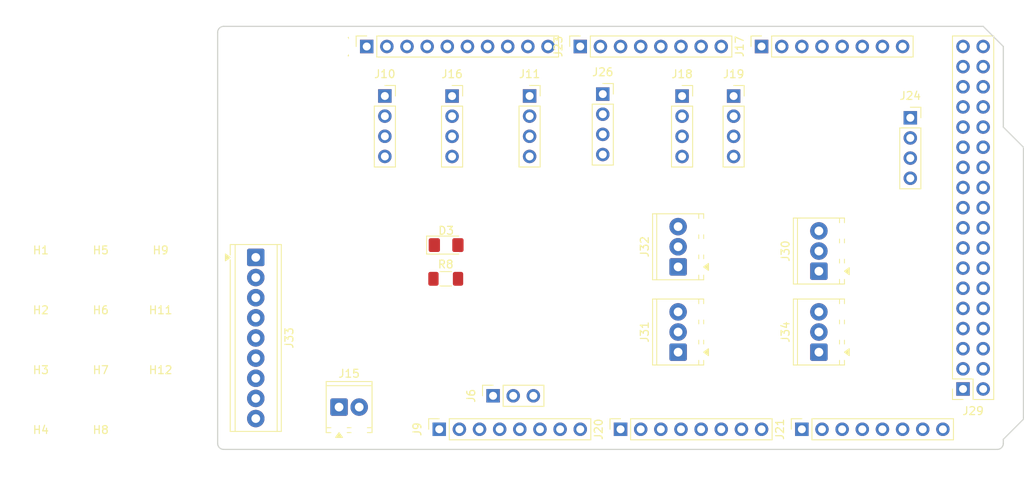
<source format=kicad_pcb>
(kicad_pcb (version 20241229) (generator "pcbnew") (generator_version "9.0")
  (title_block (title "Dark Passenger Power Distro Traces") (date "2025-03-18") (rev "V2") (company "Ranil Ganlath"))
  (layers (0 "F.Cu" signal) (2 "B.Cu" power) (13 "F.Paste" user) (15 "B.Paste" user) (5 "F.SilkS" user "F.Silkscreen") (7 "B.SilkS" user "B.Silkscreen") (1 "F.Mask" user) (3 "B.Mask" user) (25 "Edge.Cuts" user))
  (net 0 "")
  (net 1 "GND")
  (net 2 "+5V")
  (net 3 "Net-(D3-A)")
  (net 4 "*8")
  (net 5 "*9")
  (net 6 "*6")
  (net 7 "*7")
  (net 8 "*5")
  (net 9 "*4")
  (net 10 "*3")
  (net 11 "*2")
  (net 12 "VCC")
  (net 13 "+3V3")
  (net 14 "/IOREF")
  (net 15 "/~{RESET}")
  (net 17 "53")
  (net 18 "*52")
  (net 19 "47")
  (net 20 "*46")
  (net 21 "50")
  (net 22 "51")
  (net 23 "/RX1{slash}19")
  (net 24 "/TX2{slash}16")
  (net 25 "SDA")
  (net 26 "SCL")
  (net 27 "/RX2{slash}17")
  (net 28 "/TX1{slash}18")
  (net 29 "/A5")
  (net 30 "/A2")
  (net 31 "/A6")
  (net 32 "/A4")
  (net 33 "/A1")
  (net 34 "/A3")
  (net 35 "/A7")
  (net 36 "/A13")
  (net 37 "/A14")
  (net 38 "/A15")
  (net 39 "/A10")
  (net 40 "/A11")
  (net 41 "/A12")
  (net 42 "/A9")
  (net 43 "/A8")
  (net 44 "/AREF")
  (net 45 "*11")
  (net 46 "*13")
  (net 47 "*12")
  (net 48 "*10")
  (net 49 "/TX0{slash}1")
  (net 50 "/RX0{slash}0")
  (net 51 "49")
  (net 52 "48")
  (net 53 "/24")
  (net 54 "/36")
  (net 56 "/28")
  (net 57 "/32")
  (net 58 "/42")
  (net 59 "/25")
  (net 60 "/27")
  (net 61 "/31")
  (net 62 "/22")
  (net 63 "/38")
  (net 64 "/26")
  (net 65 "/35")
  (net 66 "/37")
  (net 67 "/41")
  (net 68 "/29")
  (net 69 "*45")
  (net 70 "/30")
  (net 71 "*44")
  (net 72 "/33")
  (net 73 "/39")
  (net 74 "/40")
  (net 75 "/34")
  (net 76 "/43")
  (net 77 "23")
  (net 78 "VDC")
  (net 79 "A0")
  (net 80 "*14")
  (net 81 "*15")
  (net 82 "*16")
  (footprint "Connector_PinSocket_2.54mm:PinSocket_1x04_P2.54mm_Vertical" (layer "F.Cu") (at 89.25 40.71)
    (property "Reference" "J16" (at 0 -2.77 0) (layer "F.SilkS"))
    (property "Value" "M2ENC")
    (fp_line (start -1.33 1.27) (end -1.33 8.95) (stroke (width 0.12)) (layer "F.SilkS"))
    (fp_line (start -1.33 1.27) (end 1.33 1.27) (stroke (width 0.12)) (layer "F.SilkS"))
    (fp_line (start -1.33 8.95) (end 1.33 8.95) (stroke (width 0.12)) (layer "F.SilkS"))
    (fp_line (start 0 -1.33) (end 1.33 -1.33) (stroke (width 0.12)) (layer "F.SilkS"))
    (fp_line (start 1.33 -1.33) (end 1.33 0) (stroke (width 0.12)) (layer "F.SilkS"))
    (fp_line (start 1.33 1.27) (end 1.33 8.95) (stroke (width 0.12)) (layer "F.SilkS"))
    (pad "1" thru_hole rect (at 0 0) (size 1.7 1.7) (drill 1) (layers "*.Cu" "*.Mask") (net 78 "VDC"))
    (pad "2" thru_hole oval (at 0 2.54) (size 1.7 1.7) (drill 1) (layers "*.Cu" "*.Mask") (net 22 "51"))
    (pad "3" thru_hole oval (at 0 5.08) (size 1.7 1.7) (drill 1) (layers "*.Cu" "*.Mask") (net 21 "50"))
    (pad "4" thru_hole oval (at 0 7.62) (size 1.7 1.7) (drill 1) (layers "*.Cu" "*.Mask") (net 1 "GND"))
  )
  (footprint "Connector_PinSocket_2.54mm:PinSocket_1x04_P2.54mm_Vertical" (layer "F.Cu") (at 99.025 40.7)
    (property "Reference" "J11" (at 0 -2.77 0) (layer "F.SilkS"))
    (property "Value" "M3ENC")
    (fp_line (start -1.33 1.27) (end -1.33 8.95) (stroke (width 0.12)) (layer "F.SilkS"))
    (fp_line (start -1.33 1.27) (end 1.33 1.27) (stroke (width 0.12)) (layer "F.SilkS"))
    (fp_line (start -1.33 8.95) (end 1.33 8.95) (stroke (width 0.12)) (layer "F.SilkS"))
    (fp_line (start 0 -1.33) (end 1.33 -1.33) (stroke (width 0.12)) (layer "F.SilkS"))
    (fp_line (start 1.33 -1.33) (end 1.33 0) (stroke (width 0.12)) (layer "F.SilkS"))
    (fp_line (start 1.33 1.27) (end 1.33 8.95) (stroke (width 0.12)) (layer "F.SilkS"))
    (pad "1" thru_hole rect (at 0 0) (size 1.7 1.7) (drill 1) (layers "*.Cu" "*.Mask") (net 78 "VDC"))
    (pad "2" thru_hole oval (at 0 2.54) (size 1.7 1.7) (drill 1) (layers "*.Cu" "*.Mask") (net 20 "*46"))
    (pad "3" thru_hole oval (at 0 5.08) (size 1.7 1.7) (drill 1) (layers "*.Cu" "*.Mask") (net 19 "47"))
    (pad "4" thru_hole oval (at 0 7.62) (size 1.7 1.7) (drill 1) (layers "*.Cu" "*.Mask") (net 1 "GND"))
  )
  (footprint "MountingHole:MountingHole_3mm" (layer "F.Cu") (at 37.4 79.25)
    (property "Reference" "H3" (at 0 -4 0) (layer "F.SilkS"))
    (property "Value" "MountingHole")
    (pad "" np_thru_hole circle (at 0 0) (size 3 3) (drill 3) (layers "*.Cu" "*.Mask"))
  )
  (footprint "Connector_PinSocket_2.54mm:PinSocket_1x04_P2.54mm_Vertical" (layer "F.Cu") (at 147.025 43.45)
    (property "Reference" "J24" (at 0 -2.77 0) (layer "F.SilkS"))
    (property "Value" "Toggle Switches")
    (fp_line (start -1.33 1.27) (end -1.33 8.95) (stroke (width 0.12)) (layer "F.SilkS"))
    (fp_line (start -1.33 1.27) (end 1.33 1.27) (stroke (width 0.12)) (layer "F.SilkS"))
    (fp_line (start -1.33 8.95) (end 1.33 8.95) (stroke (width 0.12)) (layer "F.SilkS"))
    (fp_line (start 0 -1.33) (end 1.33 -1.33) (stroke (width 0.12)) (layer "F.SilkS"))
    (fp_line (start 1.33 -1.33) (end 1.33 0) (stroke (width 0.12)) (layer "F.SilkS"))
    (fp_line (start 1.33 1.27) (end 1.33 8.95) (stroke (width 0.12)) (layer "F.SilkS"))
    (pad "1" thru_hole rect (at 0 0) (size 1.7 1.7) (drill 1) (layers "*.Cu" "*.Mask") (net 47 "*12"))
    (pad "2" thru_hole oval (at 0 2.54) (size 1.7 1.7) (drill 1) (layers "*.Cu" "*.Mask") (net 80 "*14"))
    (pad "3" thru_hole oval (at 0 5.08) (size 1.7 1.7) (drill 1) (layers "*.Cu" "*.Mask") (net 81 "*15"))
    (pad "4" thru_hole oval (at 0 7.62) (size 1.7 1.7) (drill 1) (layers "*.Cu" "*.Mask") (net 1 "GND"))
  )
  (footprint "Connector_PinSocket_2.54mm:PinSocket_1x10_P2.54mm_Vertical" (layer "F.Cu") (at 78.4875 34.46 90)
    (property "Reference" "J22" (at 0 -2.77 90) (layer "F.SilkS"))
    (property "Value" "PWM")
    (fp_line (start 1.33 -1.33) (end 1.33 0) (stroke (width 0.12)) (layer "F.SilkS"))
    (fp_line (start 0 -1.33) (end 1.33 -1.33) (stroke (width 0.12)) (layer "F.SilkS"))
    (fp_line (start 1.33 1.27) (end 1.33 24.19) (stroke (width 0.12)) (layer "F.SilkS"))
    (fp_line (start -1.33 1.27) (end 1.33 1.27) (stroke (width 0.12)) (layer "F.SilkS"))
    (fp_line (start -1.33 1.27) (end -1.33 24.19) (stroke (width 0.12)) (layer "F.SilkS"))
    (fp_line (start -1.33 24.19) (end 1.33 24.19) (stroke (width 0.12)) (layer "F.SilkS"))
    (pad "1" thru_hole rect (at 0 0 90) (size 1.7 1.7) (drill 1) (layers "*.Cu" "*.Mask") (net 26 "SCL"))
    (pad "2" thru_hole oval (at 0 2.54 90) (size 1.7 1.7) (drill 1) (layers "*.Cu" "*.Mask") (net 25 "SDA"))
    (pad "3" thru_hole oval (at 0 5.08 90) (size 1.7 1.7) (drill 1) (layers "*.Cu" "*.Mask") (net 44 "/AREF"))
    (pad "4" thru_hole oval (at 0 7.62 90) (size 1.7 1.7) (drill 1) (layers "*.Cu" "*.Mask") (net 1 "GND"))
    (pad "5" thru_hole oval (at 0 10.16 90) (size 1.7 1.7) (drill 1) (layers "*.Cu" "*.Mask") (net 46 "*13"))
    (pad "6" thru_hole oval (at 0 12.7 90) (size 1.7 1.7) (drill 1) (layers "*.Cu" "*.Mask") (net 47 "*12"))
    (pad "7" thru_hole oval (at 0 15.24 90) (size 1.7 1.7) (drill 1) (layers "*.Cu" "*.Mask") (net 45 "*11"))
    (pad "8" thru_hole oval (at 0 17.78 90) (size 1.7 1.7) (drill 1) (layers "*.Cu" "*.Mask") (net 48 "*10"))
    (pad "9" thru_hole oval (at 0 20.32 90) (size 1.7 1.7) (drill 1) (layers "*.Cu" "*.Mask") (net 5 "*9"))
    (pad "10" thru_hole oval (at 0 22.86 90) (size 1.7 1.7) (drill 1) (layers "*.Cu" "*.Mask") (net 4 "*8"))
  )
  (footprint "MountingHole:MountingHole_3mm" (layer "F.Cu") (at 52.5 71.7)
    (property "Reference" "H11" (at 0 -4 0) (layer "F.SilkS"))
    (property "Value" "MountingHole")
    (pad "" np_thru_hole circle (at 0 0) (size 3 3) (drill 3) (layers "*.Cu" "*.Mask"))
  )
  (footprint "TerminalBlock_Phoenix:TerminalBlock_Phoenix_MPT-0,5-3-2.54_1x03_P2.54mm_Horizontal" (layer "F.Cu") (at 117.75 62.25 90)
    (property "Reference" "J32" (at 2.54 -4.22 90) (layer "F.SilkS"))
    (property "Value" "SPARE")
    (fp_line (start 6.7 -3.22) (end 6.7 3.22) (stroke (width 0.12)) (layer "F.SilkS"))
    (fp_line (start -1.62 -3.22) (end 6.7 -3.22) (stroke (width 0.12)) (layer "F.SilkS"))
    (fp_line (start -1.62 -3.22) (end -1.62 3.22) (stroke (width 0.12)) (layer "F.SilkS"))
    (fp_line (start -1.62 -2.7) (end 6.7 -2.7) (stroke (width 0.12)) (layer "F.SilkS"))
    (fp_line (start 6.11 2.6) (end 6.7 2.6) (stroke (width 0.12)) (layer "F.SilkS"))
    (fp_line (start 3.57 2.6) (end 4.05 2.6) (stroke (width 0.12)) (layer "F.SilkS"))
    (fp_line (start 1.03 2.6) (end 1.51 2.6) (stroke (width 0.12)) (layer "F.SilkS"))
    (fp_line (start -1.62 2.6) (end -1.03 2.6) (stroke (width 0.12)) (layer "F.SilkS"))
    (fp_line (start 6.11 3.22) (end 6.7 3.22) (stroke (width 0.12)) (layer "F.SilkS"))
    (fp_line (start 3.57 3.22) (end 4.05 3.22) (stroke (width 0.12)) (layer "F.SilkS"))
    (fp_line (start 1.03 3.22) (end 1.51 3.22) (stroke (width 0.12)) (layer "F.SilkS"))
    (fp_line (start -1.62 3.22) (end -1.03 3.22) (stroke (width 0.12)) (layer "F.SilkS"))
    (fp_poly (pts (xy 0 3.22) (xy 0.44 3.83) (xy -0.44 3.83) (xy 0 3.22)) (stroke (width 0.12)) (fill yes) (layer "F.SilkS"))
    (pad "" np_thru_hole circle (at 0 2.54 90) (size 1.1 1.1) (drill 1.1) (layers "*.Cu" "*.Mask"))
    (pad "" np_thru_hole circle (at 2.54 2.54 90) (size 1.1 1.1) (drill 1.1) (layers "*.Cu" "*.Mask"))
    (pad "" np_thru_hole circle (at 5.08 2.54 90) (size 1.1 1.1) (drill 1.1) (layers "*.Cu" "*.Mask"))
    (pad "1" thru_hole roundrect (at 0 0 90) (size 2.2 2.2) (drill 1.1) (layers "*.Cu" "*.Mask") (roundrect_rratio 0.113636) (net 78 "VDC"))
    (pad "2" thru_hole circle (at 2.54 0 90) (size 2.2 2.2) (drill 1.1) (layers "*.Cu" "*.Mask") (net 46 "*13"))
    (pad "3" thru_hole circle (at 5.08 0 90) (size 2.2 2.2) (drill 1.1) (layers "*.Cu" "*.Mask") (net 1 "GND"))
  )
  (footprint "MountingHole:MountingHole_3mm" (layer "F.Cu") (at 44.95 71.7)
    (property "Reference" "H6" (at 0 -4 0) (layer "F.SilkS"))
    (property "Value" "MountingHole")
    (pad "" np_thru_hole circle (at 0 0) (size 3 3) (drill 3) (layers "*.Cu" "*.Mask"))
  )
  (footprint "MountingHole:MountingHole_3mm" (layer "F.Cu") (at 37.4 64.15)
    (property "Reference" "H1" (at 0 -4 0) (layer "F.SilkS"))
    (property "Value" "MountingHole")
    (pad "" np_thru_hole circle (at 0 0) (size 3 3) (drill 3) (layers "*.Cu" "*.Mask"))
  )
  (footprint "MountingHole:MountingHole_3mm" (layer "F.Cu") (at 44.95 64.15)
    (property "Reference" "H5" (at 0 -4 0) (layer "F.SilkS"))
    (property "Value" "MountingHole")
    (pad "" np_thru_hole circle (at 0 0) (size 3 3) (drill 3) (layers "*.Cu" "*.Mask"))
  )
  (footprint "Connector_PinSocket_2.54mm:PinSocket_1x08_P2.54mm_Vertical" (layer "F.Cu") (at 110.4915 82.72 90)
    (property "Reference" "J20" (at 0 -2.77 90) (layer "F.SilkS"))
    (property "Value" "Analog" (hide yes))
    (fp_line (start 1.33 -1.33) (end 1.33 0) (stroke (width 0.12)) (layer "F.SilkS"))
    (fp_line (start 0 -1.33) (end 1.33 -1.33) (stroke (width 0.12)) (layer "F.SilkS"))
    (fp_line (start 1.33 1.27) (end 1.33 19.11) (stroke (width 0.12)) (layer "F.SilkS"))
    (fp_line (start -1.33 1.27) (end 1.33 1.27) (stroke (width 0.12)) (layer "F.SilkS"))
    (fp_line (start -1.33 1.27) (end -1.33 19.11) (stroke (width 0.12)) (layer "F.SilkS"))
    (fp_line (start -1.33 19.11) (end 1.33 19.11) (stroke (width 0.12)) (layer "F.SilkS"))
    (pad "1" thru_hole rect (at 0 0 90) (size 1.7 1.7) (drill 1) (layers "*.Cu" "*.Mask") (net 79 "A0"))
    (pad "2" thru_hole oval (at 0 2.54 90) (size 1.7 1.7) (drill 1) (layers "*.Cu" "*.Mask") (net 33 "/A1"))
    (pad "3" thru_hole oval (at 0 5.08 90) (size 1.7 1.7) (drill 1) (layers "*.Cu" "*.Mask") (net 30 "/A2"))
    (pad "4" thru_hole oval (at 0 7.62 90) (size 1.7 1.7) (drill 1) (layers "*.Cu" "*.Mask") (net 34 "/A3"))
    (pad "5" thru_hole oval (at 0 10.16 90) (size 1.7 1.7) (drill 1) (layers "*.Cu" "*.Mask") (net 32 "/A4"))
    (pad "6" thru_hole oval (at 0 12.7 90) (size 1.7 1.7) (drill 1) (layers "*.Cu" "*.Mask") (net 29 "/A5"))
    (pad "7" thru_hole oval (at 0 15.24 90) (size 1.7 1.7) (drill 1) (layers "*.Cu" "*.Mask") (net 31 "/A6"))
    (pad "8" thru_hole oval (at 0 17.78 90) (size 1.7 1.7) (drill 1) (layers "*.Cu" "*.Mask") (net 35 "/A7"))
  )
  (footprint "Connector_PinSocket_2.54mm:PinSocket_1x04_P2.54mm_Vertical" (layer "F.Cu") (at 118.25 40.71)
    (property "Reference" "J18" (at 0 -2.77 0) (layer "F.SilkS"))
    (property "Value" "IMU1")
    (fp_line (start -1.33 1.27) (end -1.33 8.95) (stroke (width 0.12)) (layer "F.SilkS"))
    (fp_line (start -1.33 1.27) (end 1.33 1.27) (stroke (width 0.12)) (layer "F.SilkS"))
    (fp_line (start -1.33 8.95) (end 1.33 8.95) (stroke (width 0.12)) (layer "F.SilkS"))
    (fp_line (start 0 -1.33) (end 1.33 -1.33) (stroke (width 0.12)) (layer "F.SilkS"))
    (fp_line (start 1.33 -1.33) (end 1.33 0) (stroke (width 0.12)) (layer "F.SilkS"))
    (fp_line (start 1.33 1.27) (end 1.33 8.95) (stroke (width 0.12)) (layer "F.SilkS"))
    (pad "1" thru_hole rect (at 0 0) (size 1.7 1.7) (drill 1) (layers "*.Cu" "*.Mask") (net 78 "VDC"))
    (pad "2" thru_hole oval (at 0 2.54) (size 1.7 1.7) (drill 1) (layers "*.Cu" "*.Mask") (net 26 "SCL"))
    (pad "3" thru_hole oval (at 0 5.08) (size 1.7 1.7) (drill 1) (layers "*.Cu" "*.Mask") (net 25 "SDA"))
    (pad "4" thru_hole oval (at 0 7.62) (size 1.7 1.7) (drill 1) (layers "*.Cu" "*.Mask") (net 1 "GND"))
  )
  (footprint "LED_SMD:LED_1206_3216Metric_Pad1.42x1.75mm_HandSolder" (layer "F.Cu") (at 88.5 59.5)
    (property "Reference" "D3" (at 0 -1.82 0) (layer "F.SilkS"))
    (property "Value" "LED")
    (fp_line (start -2.46 -1.135) (end -2.46 1.135) (stroke (width 0.12)) (layer "F.SilkS"))
    (fp_line (start -2.46 1.135) (end 1.6 1.135) (stroke (width 0.12)) (layer "F.SilkS"))
    (fp_line (start 1.6 -1.135) (end -2.46 -1.135) (stroke (width 0.12)) (layer "F.SilkS"))
    (pad "1" smd roundrect (at -1.4875 0) (size 1.425 1.75) (layers "F.Cu" "F.Mask" "F.Paste") (roundrect_rratio 0.175439) (net 1 "GND"))
    (pad "2" smd roundrect (at 1.4875 0) (size 1.425 1.75) (layers "F.Cu" "F.Mask" "F.Paste") (roundrect_rratio 0.175439) (net 3 "Net-(D3-A)"))
  )
  (footprint "Connector_PinSocket_2.54mm:PinSocket_1x08_P2.54mm_Vertical" (layer "F.Cu") (at 105.4115 34.46 90)
    (property "Reference" "J23" (at 0 -2.77 90) (layer "F.SilkS"))
    (property "Value" "PWM")
    (fp_line (start 1.33 -1.33) (end 1.33 0) (stroke (width 0.12)) (layer "F.SilkS"))
    (fp_line (start 0 -1.33) (end 1.33 -1.33) (stroke (width 0.12)) (layer "F.SilkS"))
    (fp_line (start 1.33 1.27) (end 1.33 19.11) (stroke (width 0.12)) (layer "F.SilkS"))
    (fp_line (start -1.33 1.27) (end 1.33 1.27) (stroke (width 0.12)) (layer "F.SilkS"))
    (fp_line (start -1.33 1.27) (end -1.33 19.11) (stroke (width 0.12)) (layer "F.SilkS"))
    (fp_line (start -1.33 19.11) (end 1.33 19.11) (stroke (width 0.12)) (layer "F.SilkS"))
    (pad "1" thru_hole rect (at 0 0 90) (size 1.7 1.7) (drill 1) (layers "*.Cu" "*.Mask") (net 7 "*7"))
    (pad "2" thru_hole oval (at 0 2.54 90) (size 1.7 1.7) (drill 1) (layers "*.Cu" "*.Mask") (net 6 "*6"))
    (pad "3" thru_hole oval (at 0 5.08 90) (size 1.7 1.7) (drill 1) (layers "*.Cu" "*.Mask") (net 8 "*5"))
    (pad "4" thru_hole oval (at 0 7.62 90) (size 1.7 1.7) (drill 1) (layers "*.Cu" "*.Mask") (net 9 "*4"))
    (pad "5" thru_hole oval (at 0 10.16 90) (size 1.7 1.7) (drill 1) (layers "*.Cu" "*.Mask") (net 10 "*3"))
    (pad "6" thru_hole oval (at 0 12.7 90) (size 1.7 1.7) (drill 1) (layers "*.Cu" "*.Mask") (net 11 "*2"))
    (pad "7" thru_hole oval (at 0 15.24 90) (size 1.7 1.7) (drill 1) (layers "*.Cu" "*.Mask") (net 49 "/TX0{slash}1"))
    (pad "8" thru_hole oval (at 0 17.78 90) (size 1.7 1.7) (drill 1) (layers "*.Cu" "*.Mask") (net 50 "/RX0{slash}0"))
  )
  (footprint "MountingHole:MountingHole_3mm" (layer "F.Cu") (at 52.5 79.25)
    (property "Reference" "H12" (at 0 -4 0) (layer "F.SilkS"))
    (property "Value" "MountingHole")
    (pad "" np_thru_hole circle (at 0 0) (size 3 3) (drill 3) (layers "*.Cu" "*.Mask"))
  )
  (footprint "Connector_PinSocket_2.54mm:PinSocket_1x08_P2.54mm_Vertical" (layer "F.Cu") (at 128.2715 34.46 90)
    (property "Reference" "J17" (at 0 -2.77 90) (layer "F.SilkS"))
    (property "Value" "Communication")
    (fp_line (start 1.33 -1.33) (end 1.33 0) (stroke (width 0.12)) (layer "F.SilkS"))
    (fp_line (start 0 -1.33) (end 1.33 -1.33) (stroke (width 0.12)) (layer "F.SilkS"))
    (fp_line (start 1.33 1.27) (end 1.33 19.11) (stroke (width 0.12)) (layer "F.SilkS"))
    (fp_line (start -1.33 1.27) (end 1.33 1.27) (stroke (width 0.12)) (layer "F.SilkS"))
    (fp_line (start -1.33 1.27) (end -1.33 19.11) (stroke (width 0.12)) (layer "F.SilkS"))
    (fp_line (start -1.33 19.11) (end 1.33 19.11) (stroke (width 0.12)) (layer "F.SilkS"))
    (pad "1" thru_hole rect (at 0 0 90) (size 1.7 1.7) (drill 1) (layers "*.Cu" "*.Mask") (net 80 "*14"))
    (pad "2" thru_hole oval (at 0 2.54 90) (size 1.7 1.7) (drill 1) (layers "*.Cu" "*.Mask") (net 81 "*15"))
    (pad "3" thru_hole oval (at 0 5.08 90) (size 1.7 1.7) (drill 1) (layers "*.Cu" "*.Mask") (net 24 "/TX2{slash}16"))
    (pad "4" thru_hole oval (at 0 7.62 90) (size 1.7 1.7) (drill 1) (layers "*.Cu" "*.Mask") (net 27 "/RX2{slash}17"))
    (pad "5" thru_hole oval (at 0 10.16 90) (size 1.7 1.7) (drill 1) (layers "*.Cu" "*.Mask") (net 28 "/TX1{slash}18"))
    (pad "6" thru_hole oval (at 0 12.7 90) (size 1.7 1.7) (drill 1) (layers "*.Cu" "*.Mask") (net 23 "/RX1{slash}19"))
    (pad "7" thru_hole oval (at 0 15.24 90) (size 1.7 1.7) (drill 1) (layers "*.Cu" "*.Mask") (net 25 "SDA"))
    (pad "8" thru_hole oval (at 0 17.78 90) (size 1.7 1.7) (drill 1) (layers "*.Cu" "*.Mask") (net 26 "SCL"))
  )
  (footprint "MountingHole:MountingHole_3mm" (layer "F.Cu") (at 37.4 86.8)
    (property "Reference" "H4" (at 0 -4 0) (layer "F.SilkS"))
    (property "Value" "MountingHole")
    (pad "" np_thru_hole circle (at 0 0) (size 3 3) (drill 3) (layers "*.Cu" "*.Mask"))
  )
  (footprint "TerminalBlock_Phoenix:TerminalBlock_Phoenix_MPT-0,5-3-2.54_1x03_P2.54mm_Horizontal" (layer "F.Cu") (at 117.75 73 90)
    (property "Reference" "J31" (at 2.54 -4.22 90) (layer "F.SilkS"))
    (property "Value" "NeoPixel")
    (fp_line (start 6.7 -3.22) (end 6.7 3.22) (stroke (width 0.12)) (layer "F.SilkS"))
    (fp_line (start -1.62 -3.22) (end 6.7 -3.22) (stroke (width 0.12)) (layer "F.SilkS"))
    (fp_line (start -1.62 -3.22) (end -1.62 3.22) (stroke (width 0.12)) (layer "F.SilkS"))
    (fp_line (start -1.62 -2.7) (end 6.7 -2.7) (stroke (width 0.12)) (layer "F.SilkS"))
    (fp_line (start 6.11 2.6) (end 6.7 2.6) (stroke (width 0.12)) (layer "F.SilkS"))
    (fp_line (start 3.57 2.6) (end 4.05 2.6) (stroke (width 0.12)) (layer "F.SilkS"))
    (fp_line (start 1.03 2.6) (end 1.51 2.6) (stroke (width 0.12)) (layer "F.SilkS"))
    (fp_line (start -1.62 2.6) (end -1.03 2.6) (stroke (width 0.12)) (layer "F.SilkS"))
    (fp_line (start 6.11 3.22) (end 6.7 3.22) (stroke (width 0.12)) (layer "F.SilkS"))
    (fp_line (start 3.57 3.22) (end 4.05 3.22) (stroke (width 0.12)) (layer "F.SilkS"))
    (fp_line (start 1.03 3.22) (end 1.51 3.22) (stroke (width 0.12)) (layer "F.SilkS"))
    (fp_line (start -1.62 3.22) (end -1.03 3.22) (stroke (width 0.12)) (layer "F.SilkS"))
    (fp_poly (pts (xy 0 3.22) (xy 0.44 3.83) (xy -0.44 3.83) (xy 0 3.22)) (stroke (width 0.12)) (fill yes) (layer "F.SilkS"))
    (pad "" np_thru_hole circle (at 0 2.54 90) (size 1.1 1.1) (drill 1.1) (layers "*.Cu" "*.Mask"))
    (pad "" np_thru_hole circle (at 2.54 2.54 90) (size 1.1 1.1) (drill 1.1) (layers "*.Cu" "*.Mask"))
    (pad "" np_thru_hole circle (at 5.08 2.54 90) (size 1.1 1.1) (drill 1.1) (layers "*.Cu" "*.Mask"))
    (pad "1" thru_hole roundrect (at 0 0 90) (size 2.2 2.2) (drill 1.1) (layers "*.Cu" "*.Mask") (roundrect_rratio 0.113636) (net 78 "VDC"))
    (pad "2" thru_hole circle (at 2.54 0 90) (size 2.2 2.2) (drill 1.1) (layers "*.Cu" "*.Mask") (net 45 "*11"))
    (pad "3" thru_hole circle (at 5.08 0 90) (size 2.2 2.2) (drill 1.1) (layers "*.Cu" "*.Mask") (net 1 "GND"))
  )
  (footprint "MountingHole:MountingHole_3mm" (layer "F.Cu") (at 52.5 64.15)
    (property "Reference" "H9" (at 0 -4 0) (layer "F.SilkS"))
    (property "Value" "MountingHole")
    (pad "" np_thru_hole circle (at 0 0) (size 3 3) (drill 3) (layers "*.Cu" "*.Mask"))
  )
  (footprint "Arduino_MountingHole:MountingHole_3.2mm" (layer "F.Cu") (at 149.8615 34.46)
    (property "Reference" "MH5" (hide yes))
    (property "Value" "MountingHole_3.2mm" (hide yes))
    (pad "" np_thru_hole circle (at 0 0) (size 3.2 3.2) (drill 3.2) (layers "*.Cu" "*.Mask"))
  )
  (footprint "MountingHole:MountingHole_3mm" (layer "F.Cu") (at 44.95 79.25)
    (property "Reference" "H7" (at 0 -4 0) (layer "F.SilkS"))
    (property "Value" "MountingHole")
    (pad "" np_thru_hole circle (at 0 0) (size 3 3) (drill 3) (layers "*.Cu" "*.Mask"))
  )
  (footprint "TerminalBlock_Phoenix:TerminalBlock_Phoenix_MPT-0,5-9-2.54_1x09_P2.54mm_Horizontal" (layer "F.Cu") (at 64.5 61.05 -90)
    (property "Reference" "J33" (at 10.16 -4.22 270) (layer "F.SilkS"))
    (property "Value" "DC Motor CTRL")
    (fp_line (start -1.62 3.22) (end -0.3 3.22) (stroke (width 0.12)) (layer "F.SilkS"))
    (fp_line (start 0.3 3.22) (end 21.94 3.22) (stroke (width 0.12)) (layer "F.SilkS"))
    (fp_line (start -1.62 2.6) (end 21.94 2.6) (stroke (width 0.12)) (layer "F.SilkS"))
    (fp_line (start -1.62 -2.7) (end 21.94 -2.7) (stroke (width 0.12)) (layer "F.SilkS"))
    (fp_line (start -1.62 -3.22) (end -1.62 3.22) (stroke (width 0.12)) (layer "F.SilkS"))
    (fp_line (start -1.62 -3.22) (end 21.94 -3.22) (stroke (width 0.12)) (layer "F.SilkS"))
    (fp_line (start 21.94 -3.22) (end 21.94 3.22) (stroke (width 0.12)) (layer "F.SilkS"))
    (fp_poly (pts (xy 0 3.22) (xy 0.44 3.83) (xy -0.44 3.83) (xy 0 3.22)) (stroke (width 0.12)) (fill yes) (layer "F.SilkS"))
    (pad "1" thru_hole roundrect (at 0 0 270) (size 2.2 2.2) (drill 1.1) (layers "*.Cu" "*.Mask") (roundrect_rratio 0.113636) (net 11 "*2"))
    (pad "2" thru_hole circle (at 2.54 0 270) (size 2.2 2.2) (drill 1.1) (layers "*.Cu" "*.Mask") (net 10 "*3"))
    (pad "3" thru_hole circle (at 5.08 0 270) (size 2.2 2.2) (drill 1.1) (layers "*.Cu" "*.Mask") (net 9 "*4"))
    (pad "4" thru_hole circle (at 7.62 0 270) (size 2.2 2.2) (drill 1.1) (layers "*.Cu" "*.Mask") (net 8 "*5"))
    (pad "5" thru_hole circle (at 10.16 0 270) (size 2.2 2.2) (drill 1.1) (layers "*.Cu" "*.Mask") (net 6 "*6"))
    (pad "6" thru_hole circle (at 12.7 0 270) (size 2.2 2.2) (drill 1.1) (layers "*.Cu" "*.Mask") (net 7 "*7"))
    (pad "7" thru_hole circle (at 15.24 0 270) (size 2.2 2.2) (drill 1.1) (layers "*.Cu" "*.Mask") (net 4 "*8"))
    (pad "8" thru_hole circle (at 17.78 0 270) (size 2.2 2.2) (drill 1.1) (layers "*.Cu" "*.Mask") (net 5 "*9"))
    (pad "9" thru_hole circle (at 20.32 0 270) (size 2.2 2.2) (drill 1.1) (layers "*.Cu" "*.Mask") (net 1 "GND"))
  )
  (footprint "Resistor_SMD:R_1206_3216Metric_Pad1.30x1.75mm_HandSolder" (layer "F.Cu") (at 88.45 63.75)
    (property "Reference" "R8" (at 0 -1.82 0) (layer "F.SilkS"))
    (property "Value" "1k")
    (fp_line (start -0.727064 -0.91) (end 0.727064 -0.91) (stroke (width 0.12)) (layer "F.SilkS"))
    (fp_line (start -0.727064 0.91) (end 0.727064 0.91) (stroke (width 0.12)) (layer "F.SilkS"))
    (pad "1" smd roundrect (at -1.55 0) (size 1.3 1.75) (layers "F.Cu" "F.Mask" "F.Paste") (roundrect_rratio 0.192308) (net 78 "VDC"))
    (pad "2" smd roundrect (at 1.55 0) (size 1.3 1.75) (layers "F.Cu" "F.Mask" "F.Paste") (roundrect_rratio 0.192308) (net 3 "Net-(D3-A)"))
  )
  (footprint "Arduino_MountingHole:MountingHole_3.2mm" (layer "F.Cu") (at 74.9315 34.46)
    (property "Reference" "MH1" (hide yes))
    (property "Value" "MountingHole_3.2mm" (hide yes))
    (pad "" np_thru_hole circle (at 0 0) (size 3.2 3.2) (drill 3.2) (layers "*.Cu" "*.Mask"))
  )
  (footprint "Connector_PinSocket_2.54mm:PinSocket_2x18_P2.54mm_Vertical" (layer "F.Cu") (at 153.6715 77.64 180)
    (property "Reference" "J29" (at -1.27 -2.77 0) (layer "F.SilkS"))
    (property "Value" "Digital")
    (fp_line (start 1.33 1.27) (end 1.33 44.51) (stroke (width 0.12)) (layer "F.SilkS"))
    (fp_line (start 1.33 -1.33) (end 1.33 0) (stroke (width 0.12)) (layer "F.SilkS"))
    (fp_line (start 0 -1.33) (end 1.33 -1.33) (stroke (width 0.12)) (layer "F.SilkS"))
    (fp_line (start -1.27 1.27) (end 1.33 1.27) (stroke (width 0.12)) (layer "F.SilkS"))
    (fp_line (start -1.27 -1.33) (end -1.27 1.27) (stroke (width 0.12)) (layer "F.SilkS"))
    (fp_line (start -3.87 44.51) (end 1.33 44.51) (stroke (width 0.12)) (layer "F.SilkS"))
    (fp_line (start -3.87 -1.33) (end -1.27 -1.33) (stroke (width 0.12)) (layer "F.SilkS"))
    (fp_line (start -3.87 -1.33) (end -3.87 44.51) (stroke (width 0.12)) (layer "F.SilkS"))
    (pad "1" thru_hole rect (at 0 0 180) (size 1.7 1.7) (drill 1) (layers "*.Cu" "*.Mask") (net 1 "GND"))
    (pad "2" thru_hole oval (at -2.54 0 180) (size 1.7 1.7) (drill 1) (layers "*.Cu" "*.Mask") (net 1 "GND"))
    (pad "3" thru_hole oval (at 0 2.54 180) (size 1.7 1.7) (drill 1) (layers "*.Cu" "*.Mask") (net 18 "*52"))
    (pad "4" thru_hole oval (at -2.54 2.54 180) (size 1.7 1.7) (drill 1) (layers "*.Cu" "*.Mask") (net 17 "53"))
    (pad "5" thru_hole oval (at 0 5.08 180) (size 1.7 1.7) (drill 1) (layers "*.Cu" "*.Mask") (net 21 "50"))
    (pad "6" thru_hole oval (at -2.54 5.08 180) (size 1.7 1.7) (drill 1) (layers "*.Cu" "*.Mask") (net 22 "51"))
    (pad "7" thru_hole oval (at 0 7.62 180) (size 1.7 1.7) (drill 1) (layers "*.Cu" "*.Mask") (net 52 "48"))
    (pad "8" thru_hole oval (at -2.54 7.62 180) (size 1.7 1.7) (drill 1) (layers "*.Cu" "*.Mask") (net 51 "49"))
    (pad "9" thru_hole oval (at 0 10.16 180) (size 1.7 1.7) (drill 1) (layers "*.Cu" "*.Mask") (net 20 "*46"))
    (pad "10" thru_hole oval (at -2.54 10.16 180) (size 1.7 1.7) (drill 1) (layers "*.Cu" "*.Mask") (net 19 "47"))
    (pad "11" thru_hole oval (at 0 12.7 180) (size 1.7 1.7) (drill 1) (layers "*.Cu" "*.Mask") (net 71 "*44"))
    (pad "12" thru_hole oval (at -2.54 12.7 180) (size 1.7 1.7) (drill 1) (layers "*.Cu" "*.Mask") (net 69 "*45"))
    (pad "13" thru_hole oval (at 0 15.24 180) (size 1.7 1.7) (drill 1) (layers "*.Cu" "*.Mask") (net 58 "/42"))
    (pad "14" thru_hole oval (at -2.54 15.24 180) (size 1.7 1.7) (drill 1) (layers "*.Cu" "*.Mask") (net 76 "/43"))
    (pad "15" thru_hole oval (at 0 17.78 180) (size 1.7 1.7) (drill 1) (layers "*.Cu" "*.Mask") (net 74 "/40"))
    (pad "16" thru_hole oval (at -2.54 17.78 180) (size 1.7 1.7) (drill 1) (layers "*.Cu" "*.Mask") (net 67 "/41"))
    (pad "17" thru_hole oval (at 0 20.32 180) (size 1.7 1.7) (drill 1) (layers "*.Cu" "*.Mask") (net 63 "/38"))
    (pad "18" thru_hole oval (at -2.54 20.32 180) (size 1.7 1.7) (drill 1) (layers "*.Cu" "*.Mask") (net 73 "/39"))
    (pad "19" thru_hole oval (at 0 22.86 180) (size 1.7 1.7) (drill 1) (layers "*.Cu" "*.Mask") (net 54 "/36"))
    (pad "20" thru_hole oval (at -2.54 22.86 180) (size 1.7 1.7) (drill 1) (layers "*.Cu" "*.Mask") (net 66 "/37"))
    (pad "21" thru_hole oval (at 0 25.4 180) (size 1.7 1.7) (drill 1) (layers "*.Cu" "*.Mask") (net 75 "/34"))
    (pad "22" thru_hole oval (at -2.54 25.4 180) (size 1.7 1.7) (drill 1) (layers "*.Cu" "*.Mask") (net 65 "/35"))
    (pad "23" thru_hole oval (at 0 27.94 180) (size 1.7 1.7) (drill 1) (layers "*.Cu" "*.Mask") (net 57 "/32"))
    (pad "24" thru_hole oval (at -2.54 27.94 180) (size 1.7 1.7) (drill 1) (layers "*.Cu" "*.Mask") (net 72 "/33"))
    (pad "25" thru_hole oval (at 0 30.48 180) (size 1.7 1.7) (drill 1) (layers "*.Cu" "*.Mask") (net 70 "/30"))
    (pad "26" thru_hole oval (at -2.54 30.48 180) (size 1.7 1.7) (drill 1) (layers "*.Cu" "*.Mask") (net 61 "/31"))
    (pad "27" thru_hole oval (at 0 33.02 180) (size 1.7 1.7) (drill 1) (layers "*.Cu" "*.Mask") (net 56 "/28"))
    (pad "28" thru_hole oval (at -2.54 33.02 180) (size 1.7 1.7) (drill 1) (layers "*.Cu" "*.Mask") (net 68 "/29"))
    (pad "29" thru_hole oval (at 0 35.56 180) (size 1.7 1.7) (drill 1) (layers "*.Cu" "*.Mask") (net 64 "/26"))
    (pad "30" thru_hole oval (at -2.54 35.56 180) (size 1.7 1.7) (drill 1) (layers "*.Cu" "*.Mask") (net 60 "/27"))
    (pad "31" thru_hole oval (at 0 38.1 180) (size 1.7 1.7) (drill 1) (layers "*.Cu" "*.Mask") (net 53 "/24"))
    (pad "32" thru_hole oval (at -2.54 38.1 180) (size 1.7 1.7) (drill 1) (layers "*.Cu" "*.Mask") (net 59 "/25"))
    (pad "33" thru_hole oval (at 0 40.64 180) (size 1.7 1.7) (drill 1) (layers "*.Cu" "*.Mask") (net 62 "/22"))
    (pad "34" thru_hole oval (at -2.54 40.64 180) (size 1.7 1.7) (drill 1) (layers "*.Cu" "*.Mask") (net 77 "23"))
    (pad "35" thru_hole oval (at 0 43.18 180) (size 1.7 1.7) (drill 1) (layers "*.Cu" "*.Mask"))
    (pad "36" thru_hole oval (at -2.54 43.18 180) (size 1.7 1.7) (drill 1) (layers "*.Cu" "*.Mask"))
  )
  (footprint "TerminalBlock_Phoenix:TerminalBlock_Phoenix_MPT-0,5-2-2.54_1x02_P2.54mm_Horizontal" (layer "F.Cu") (at 75 79.9225)
    (property "Reference" "J15" (at 1.27 -4.22 0) (layer "F.SilkS"))
    (property "Value" "Battery IN")
    (fp_line (start -1.62 -3.22) (end -1.62 3.22) (stroke (width 0.12)) (layer "F.SilkS"))
    (fp_line (start -1.62 -3.22) (end 4.16 -3.22) (stroke (width 0.12)) (layer "F.SilkS"))
    (fp_line (start -1.62 -2.7) (end 4.16 -2.7) (stroke (width 0.12)) (layer "F.SilkS"))
    (fp_line (start -1.62 2.6) (end -1.03 2.6) (stroke (width 0.12)) (layer "F.SilkS"))
    (fp_line (start -1.62 3.22) (end -1.03 3.22) (stroke (width 0.12)) (layer "F.SilkS"))
    (fp_line (start 1.03 2.6) (end 1.51 2.6) (stroke (width 0.12)) (layer "F.SilkS"))
    (fp_line (start 1.03 3.22) (end 1.51 3.22) (stroke (width 0.12)) (layer "F.SilkS"))
    (fp_line (start 3.57 2.6) (end 4.16 2.6) (stroke (width 0.12)) (layer "F.SilkS"))
    (fp_line (start 3.57 3.22) (end 4.16 3.22) (stroke (width 0.12)) (layer "F.SilkS"))
    (fp_line (start 4.16 -3.22) (end 4.16 3.22) (stroke (width 0.12)) (layer "F.SilkS"))
    (fp_poly (pts (xy 0 3.22) (xy 0.44 3.83) (xy -0.44 3.83) (xy 0 3.22)) (stroke (width 0.12)) (fill yes) (layer "F.SilkS"))
    (pad "" np_thru_hole circle (at 0 2.54) (size 1.1 1.1) (drill 1.1) (layers "*.Cu" "*.Mask"))
    (pad "" np_thru_hole circle (at 2.54 2.54) (size 1.1 1.1) (drill 1.1) (layers "*.Cu" "*.Mask"))
    (pad "1" thru_hole roundrect (at 0 0) (size 2.2 2.2) (drill 1.1) (layers "*.Cu" "*.Mask") (roundrect_rratio 0.113636) (net 79 "A0"))
    (pad "2" thru_hole circle (at 2.54 0) (size 2.2 2.2) (drill 1.1) (layers "*.Cu" "*.Mask") (net 1 "GND"))
  )
  (footprint "TerminalBlock_Phoenix:TerminalBlock_Phoenix_MPT-0,5-3-2.54_1x03_P2.54mm_Horizontal" (layer "F.Cu") (at 135.5 62.79 90)
    (property "Reference" "J30" (at 2.54 -4.22 90) (layer "F.SilkS"))
    (property "Value" "LED Relay")
    (fp_line (start 6.7 -3.22) (end 6.7 3.22) (stroke (width 0.12)) (layer "F.SilkS"))
    (fp_line (start -1.62 -3.22) (end 6.7 -3.22) (stroke (width 0.12)) (layer "F.SilkS"))
    (fp_line (start -1.62 -3.22) (end -1.62 3.22) (stroke (width 0.12)) (layer "F.SilkS"))
    (fp_line (start -1.62 -2.7) (end 6.7 -2.7) (stroke (width 0.12)) (layer "F.SilkS"))
    (fp_line (start 6.11 2.6) (end 6.7 2.6) (stroke (width 0.12)) (layer "F.SilkS"))
    (fp_line (start 3.57 2.6) (end 4.05 2.6) (stroke (width 0.12)) (layer "F.SilkS"))
    (fp_line (start 1.03 2.6) (end 1.51 2.6) (stroke (width 0.12)) (layer "F.SilkS"))
    (fp_line (start -1.62 2.6) (end -1.03 2.6) (stroke (width 0.12)) (layer "F.SilkS"))
    (fp_line (start 6.11 3.22) (end 6.7 3.22) (stroke (width 0.12)) (layer "F.SilkS"))
    (fp_line (start 3.57 3.22) (end 4.05 3.22) (stroke (width 0.12)) (layer "F.SilkS"))
    (fp_line (start 1.03 3.22) (end 1.51 3.22) (stroke (width 0.12)) (layer "F.SilkS"))
    (fp_line (start -1.62 3.22) (end -1.03 3.22) (stroke (width 0.12)) (layer "F.SilkS"))
    (fp_poly (pts (xy 0 3.22) (xy 0.44 3.83) (xy -0.44 3.83) (xy 0 3.22)) (stroke (width 0.12)) (fill yes) (layer "F.SilkS"))
    (pad "" np_thru_hole circle (at 0 2.54 90) (size 1.1 1.1) (drill 1.1) (layers "*.Cu" "*.Mask"))
    (pad "" np_thru_hole circle (at 2.54 2.54 90) (size 1.1 1.1) (drill 1.1) (layers "*.Cu" "*.Mask"))
    (pad "" np_thru_hole circle (at 5.08 2.54 90) (size 1.1 1.1) (drill 1.1) (layers "*.Cu" "*.Mask"))
    (pad "1" thru_hole roundrect (at 0 0 90) (size 2.2 2.2) (drill 1.1) (layers "*.Cu" "*.Mask") (roundrect_rratio 0.113636) (net 78 "VDC"))
    (pad "2" thru_hole circle (at 2.54 0 90) (size 2.2 2.2) (drill 1.1) (layers "*.Cu" "*.Mask") (net 48 "*10"))
    (pad "3" thru_hole circle (at 5.08 0 90) (size 2.2 2.2) (drill 1.1) (layers "*.Cu" "*.Mask") (net 1 "GND"))
  )
  (footprint "Connector_PinSocket_2.54mm:PinSocket_1x04_P2.54mm_Vertical" (layer "F.Cu") (at 108.25 40.46)
    (property "Reference" "J26" (at 0 -2.77 0) (layer "F.SilkS"))
    (property "Value" "M4ENC")
    (fp_line (start -1.33 1.27) (end -1.33 8.95) (stroke (width 0.12)) (layer "F.SilkS"))
    (fp_line (start -1.33 1.27) (end 1.33 1.27) (stroke (width 0.12)) (layer "F.SilkS"))
    (fp_line (start -1.33 8.95) (end 1.33 8.95) (stroke (width 0.12)) (layer "F.SilkS"))
    (fp_line (start 0 -1.33) (end 1.33 -1.33) (stroke (width 0.12)) (layer "F.SilkS"))
    (fp_line (start 1.33 -1.33) (end 1.33 0) (stroke (width 0.12)) (layer "F.SilkS"))
    (fp_line (start 1.33 1.27) (end 1.33 8.95) (stroke (width 0.12)) (layer "F.SilkS"))
    (pad "1" thru_hole rect (at 0 0) (size 1.7 1.7) (drill 1) (layers "*.Cu" "*.Mask") (net 78 "VDC"))
    (pad "2" thru_hole oval (at 0 2.54) (size 1.7 1.7) (drill 1) (layers "*.Cu" "*.Mask") (net 52 "48"))
    (pad "3" thru_hole oval (at 0 5.08) (size 1.7 1.7) (drill 1) (layers "*.Cu" "*.Mask") (net 51 "49"))
    (pad "4" thru_hole oval (at 0 7.62) (size 1.7 1.7) (drill 1) (layers "*.Cu" "*.Mask") (net 1 "GND"))
  )
  (footprint "Connector_PinSocket_2.54mm:PinSocket_1x08_P2.54mm_Vertical" (layer "F.Cu") (at 87.6315 82.72 90)
    (property "Reference" "J9" (at 0 -2.77 90) (layer "F.SilkS"))
    (property "Value" "Power")
    (fp_line (start 1.33 -1.33) (end 1.33 0) (stroke (width 0.12)) (layer "F.SilkS"))
    (fp_line (start 0 -1.33) (end 1.33 -1.33) (stroke (width 0.12)) (layer "F.SilkS"))
    (fp_line (start 1.33 1.27) (end 1.33 19.11) (stroke (width 0.12)) (layer "F.SilkS"))
    (fp_line (start -1.33 1.27) (end 1.33 1.27) (stroke (width 0.12)) (layer "F.SilkS"))
    (fp_line (start -1.33 1.27) (end -1.33 19.11) (stroke (width 0.12)) (layer "F.SilkS"))
    (fp_line (start -1.33 19.11) (end 1.33 19.11) (stroke (width 0.12)) (layer "F.SilkS"))
    (pad "1" thru_hole rect (at 0 0 90) (size 1.7 1.7) (drill 1) (layers "*.Cu" "*.Mask"))
    (pad "2" thru_hole oval (at 0 2.54 90) (size 1.7 1.7) (drill 1) (layers "*.Cu" "*.Mask") (net 14 "/IOREF"))
    (pad "3" thru_hole oval (at 0 5.08 90) (size 1.7 1.7) (drill 1) (layers "*.Cu" "*.Mask") (net 15 "/~{RESET}"))
    (pad "4" thru_hole oval (at 0 7.62 90) (size 1.7 1.7) (drill 1) (layers "*.Cu" "*.Mask") (net 13 "+3V3"))
    (pad "5" thru_hole oval (at 0 10.16 90) (size 1.7 1.7) (drill 1) (layers "*.Cu" "*.Mask") (net 2 "+5V"))
    (pad "6" thru_hole oval (at 0 12.7 90) (size 1.7 1.7) (drill 1) (layers "*.Cu" "*.Mask") (net 1 "GND"))
    (pad "7" thru_hole oval (at 0 15.24 90) (size 1.7 1.7) (drill 1) (layers "*.Cu" "*.Mask") (net 1 "GND"))
    (pad "8" thru_hole oval (at 0 17.78 90) (size 1.7 1.7) (drill 1) (layers "*.Cu" "*.Mask") (net 12 "VCC"))
  )
  (footprint "MountingHole:MountingHole_3mm" (layer "F.Cu") (at 44.95 86.8)
    (property "Reference" "H8" (at 0 -4 0) (layer "F.SilkS"))
    (property "Value" "MountingHole")
    (pad "" np_thru_hole circle (at 0 0) (size 3 3) (drill 3) (layers "*.Cu" "*.Mask"))
  )
  (footprint "MountingHole:MountingHole_3mm" (layer "F.Cu") (at 37.4 71.7)
    (property "Reference" "H2" (at 0 -4 0) (layer "F.SilkS"))
    (property "Value" "MountingHole")
    (pad "" np_thru_hole circle (at 0 0) (size 3 3) (drill 3) (layers "*.Cu" "*.Mask"))
  )
  (footprint "Connector_PinSocket_2.54mm:PinSocket_1x04_P2.54mm_Vertical" (layer "F.Cu") (at 80.775 40.7)
    (property "Reference" "J10" (at 0 -2.77 0) (layer "F.SilkS"))
    (property "Value" "M1ENC")
    (fp_line (start -1.33 1.27) (end -1.33 8.95) (stroke (width 0.12)) (layer "F.SilkS"))
    (fp_line (start -1.33 1.27) (end 1.33 1.27) (stroke (width 0.12)) (layer "F.SilkS"))
    (fp_line (start -1.33 8.95) (end 1.33 8.95) (stroke (width 0.12)) (layer "F.SilkS"))
    (fp_line (start 0 -1.33) (end 1.33 -1.33) (stroke (width 0.12)) (layer "F.SilkS"))
    (fp_line (start 1.33 -1.33) (end 1.33 0) (stroke (width 0.12)) (layer "F.SilkS"))
    (fp_line (start 1.33 1.27) (end 1.33 8.95) (stroke (width 0.12)) (layer "F.SilkS"))
    (pad "1" thru_hole rect (at 0 0) (size 1.7 1.7) (drill 1) (layers "*.Cu" "*.Mask") (net 78 "VDC"))
    (pad "2" thru_hole oval (at 0 2.54) (size 1.7 1.7) (drill 1) (layers "*.Cu" "*.Mask") (net 17 "53"))
    (pad "3" thru_hole oval (at 0 5.08) (size 1.7 1.7) (drill 1) (layers "*.Cu" "*.Mask") (net 18 "*52"))
    (pad "4" thru_hole oval (at 0 7.62) (size 1.7 1.7) (drill 1) (layers "*.Cu" "*.Mask") (net 1 "GND"))
  )
  (footprint "Connector_PinSocket_2.54mm:PinSocket_1x08_P2.54mm_Vertical" (layer "F.Cu") (at 133.3515 82.72 90)
    (property "Reference" "J21" (at 0 -2.77 90) (layer "F.SilkS"))
    (property "Value" "Analog")
    (fp_line (start 1.33 -1.33) (end 1.33 0) (stroke (width 0.12)) (layer "F.SilkS"))
    (fp_line (start 0 -1.33) (end 1.33 -1.33) (stroke (width 0.12)) (layer "F.SilkS"))
    (fp_line (start 1.33 1.27) (end 1.33 19.11) (stroke (width 0.12)) (layer "F.SilkS"))
    (fp_line (start -1.33 1.27) (end 1.33 1.27) (stroke (width 0.12)) (layer "F.SilkS"))
    (fp_line (start -1.33 1.27) (end -1.33 19.11) (stroke (width 0.12)) (layer "F.SilkS"))
    (fp_line (start -1.33 19.11) (end 1.33 19.11) (stroke (width 0.12)) (layer "F.SilkS"))
    (pad "1" thru_hole rect (at 0 0 90) (size 1.7 1.7) (drill 1) (layers "*.Cu" "*.Mask") (net 43 "/A8"))
    (pad "2" thru_hole oval (at 0 2.54 90) (size 1.7 1.7) (drill 1) (layers "*.Cu" "*.Mask") (net 42 "/A9"))
    (pad "3" thru_hole oval (at 0 5.08 90) (size 1.7 1.7) (drill 1) (layers "*.Cu" "*.Mask") (net 39 "/A10"))
    (pad "4" thru_hole oval (at 0 7.62 90) (size 1.7 1.7) (drill 1) (layers "*.Cu" "*.Mask") (net 40 "/A11"))
    (pad "5" thru_hole oval (at 0 10.16 90) (size 1.7 1.7) (drill 1) (layers "*.Cu" "*.Mask") (net 41 "/A12"))
    (pad "6" thru_hole oval (at 0 12.7 90) (size 1.7 1.7) (drill 1) (layers "*.Cu" "*.Mask") (net 36 "/A13"))
    (pad "7" thru_hole oval (at 0 15.24 90) (size 1.7 1.7) (drill 1) (layers "*.Cu" "*.Mask") (net 37 "/A14"))
    (pad "8" thru_hole oval (at 0 17.78 90) (size 1.7 1.7) (drill 1) (layers "*.Cu" "*.Mask") (net 38 "/A15"))
  )
  (footprint "Connector_PinSocket_2.54mm:PinSocket_1x03_P2.54mm_Vertical" (layer "F.Cu") (at 94.42 78.5 90)
    (property "Reference" "J6" (at 0 -2.77 90) (layer "F.SilkS"))
    (property "Value" "Logic Voltage Selector")
    (fp_line (start 1.33 -1.33) (end 1.33 0) (stroke (width 0.12)) (layer "F.SilkS"))
    (fp_line (start 0 -1.33) (end 1.33 -1.33) (stroke (width 0.12)) (layer "F.SilkS"))
    (fp_line (start 1.33 1.27) (end 1.33 6.41) (stroke (width 0.12)) (layer "F.SilkS"))
    (fp_line (start -1.33 1.27) (end 1.33 1.27) (stroke (width 0.12)) (layer "F.SilkS"))
    (fp_line (start -1.33 1.27) (end -1.33 6.41) (stroke (width 0.12)) (layer "F.SilkS"))
    (fp_line (start -1.33 6.41) (end 1.33 6.41) (stroke (width 0.12)) (layer "F.SilkS"))
    (pad "1" thru_hole rect (at 0 0 90) (size 1.7 1.7) (drill 1) (layers "*.Cu" "*.Mask") (net 13 "+3V3"))
    (pad "2" thru_hole oval (at 0 2.54 90) (size 1.7 1.7) (drill 1) (layers "*.Cu" "*.Mask") (net 78 "VDC"))
    (pad "3" thru_hole oval (at 0 5.08 90) (size 1.7 1.7) (drill 1) (layers "*.Cu" "*.Mask") (net 2 "+5V"))
  )
  (footprint "Arduino_MountingHole:MountingHole_3.2mm" (layer "F.Cu") (at 156.2115 82.72)
    (property "Reference" "MH6" (hide yes))
    (property "Value" "MountingHole_3.2mm" (hide yes))
    (pad "" np_thru_hole circle (at 0 0) (size 3.2 3.2) (drill 3.2) (layers "*.Cu" "*.Mask"))
  )
  (footprint "Connector_PinSocket_2.54mm:PinSocket_1x04_P2.54mm_Vertical" (layer "F.Cu") (at 124.75 40.71)
    (property "Reference" "J19" (at 0 -2.77 0) (layer "F.SilkS"))
    (property "Value" "SPARE I2C")
    (fp_line (start -1.33 1.27) (end -1.33 8.95) (stroke (width 0.12)) (layer "F.SilkS"))
    (fp_line (start -1.33 1.27) (end 1.33 1.27) (stroke (width 0.12)) (layer "F.SilkS"))
    (fp_line (start -1.33 8.95) (end 1.33 8.95) (stroke (width 0.12)) (layer "F.SilkS"))
    (fp_line (start 0 -1.33) (end 1.33 -1.33) (stroke (width 0.12)) (layer "F.SilkS"))
    (fp_line (start 1.33 -1.33) (end 1.33 0) (stroke (width 0.12)) (layer "F.SilkS"))
    (fp_line (start 1.33 1.27) (end 1.33 8.95) (stroke (width 0.12)) (layer "F.SilkS"))
    (pad "1" thru_hole rect (at 0 0) (size 1.7 1.7) (drill 1) (layers "*.Cu" "*.Mask") (net 78 "VDC"))
    (pad "2" thru_hole oval (at 0 2.54) (size 1.7 1.7) (drill 1) (layers "*.Cu" "*.Mask") (net 26 "SCL"))
    (pad "3" thru_hole oval (at 0 5.08) (size 1.7 1.7) (drill 1) (layers "*.Cu" "*.Mask") (net 25 "SDA"))
    (pad "4" thru_hole oval (at 0 7.62) (size 1.7 1.7) (drill 1) (layers "*.Cu" "*.Mask") (net 1 "GND"))
  )
  (footprint "TerminalBlock_Phoenix:TerminalBlock_Phoenix_MPT-0,5-3-2.54_1x03_P2.54mm_Horizontal" (layer "F.Cu") (at 135.5 73 90)
    (property "Reference" "J34" (at 2.54 -4.22 90) (layer "F.SilkS"))
    (property "Value" "LED Relay 2")
    (fp_line (start 6.7 -3.22) (end 6.7 3.22) (stroke (width 0.12)) (layer "F.SilkS"))
    (fp_line (start -1.62 -3.22) (end 6.7 -3.22) (stroke (width 0.12)) (layer "F.SilkS"))
    (fp_line (start -1.62 -3.22) (end -1.62 3.22) (stroke (width 0.12)) (layer "F.SilkS"))
    (fp_line (start -1.62 -2.7) (end 6.7 -2.7) (stroke (width 0.12)) (layer "F.SilkS"))
    (fp_line (start 6.11 2.6) (end 6.7 2.6) (stroke (width 0.12)) (layer "F.SilkS"))
    (fp_line (start 3.57 2.6) (end 4.05 2.6) (stroke (width 0.12)) (layer "F.SilkS"))
    (fp_line (start 1.03 2.6) (end 1.51 2.6) (stroke (width 0.12)) (layer "F.SilkS"))
    (fp_line (start -1.62 2.6) (end -1.03 2.6) (stroke (width 0.12)) (layer "F.SilkS"))
    (fp_line (start 6.11 3.22) (end 6.7 3.22) (stroke (width 0.12)) (layer "F.SilkS"))
    (fp_line (start 3.57 3.22) (end 4.05 3.22) (stroke (width 0.12)) (layer "F.SilkS"))
    (fp_line (start 1.03 3.22) (end 1.51 3.22) (stroke (width 0.12)) (layer "F.SilkS"))
    (fp_line (start -1.62 3.22) (end -1.03 3.22) (stroke (width 0.12)) (layer "F.SilkS"))
    (fp_poly (pts (xy 0 3.22) (xy 0.44 3.83) (xy -0.44 3.83) (xy 0 3.22)) (stroke (width 0.12)) (fill yes) (layer "F.SilkS"))
    (pad "" np_thru_hole circle (at 0 2.54 90) (size 1.1 1.1) (drill 1.1) (layers "*.Cu" "*.Mask"))
    (pad "" np_thru_hole circle (at 2.54 2.54 90) (size 1.1 1.1) (drill 1.1) (layers "*.Cu" "*.Mask"))
    (pad "" np_thru_hole circle (at 5.08 2.54 90) (size 1.1 1.1) (drill 1.1) (layers "*.Cu" "*.Mask"))
    (pad "1" thru_hole roundrect (at 0 0 90) (size 2.2 2.2) (drill 1.1) (layers "*.Cu" "*.Mask") (roundrect_rratio 0.113636) (net 78 "VDC"))
    (pad "2" thru_hole circle (at 2.54 0 90) (size 2.2 2.2) (drill 1.1) (layers "*.Cu" "*.Mask") (net 82 "*16"))
    (pad "3" thru_hole circle (at 5.08 0 90) (size 2.2 2.2) (drill 1.1) (layers "*.Cu" "*.Mask") (net 1 "GND"))
  )
  (gr_line (start 158.7515 44.62) (end 161.2915 47.16) (stroke (width 0.15)) (layer "Edge.Cuts"))
  (gr_line (start 158.7515 83.99) (end 158.7515 84.498) (stroke (width 0.15)) (layer "Edge.Cuts"))
  (gr_line (start 59.6915 84.498) (end 59.6915 32.682) (stroke (width 0.15)) (layer "Edge.Cuts"))
  (gr_arc (start 60.4535 85.26) (mid 59.914685 85.036815) (end 59.6915 84.498) (stroke (width 0.15)) (layer "Edge.Cuts"))
  (gr_arc (start 59.6915 32.682) (mid 59.914685 32.143185) (end 60.4535 31.92) (stroke (width 0.15)) (layer "Edge.Cuts"))
  (gr_line (start 156.2115 31.92) (end 158.7515 34.46) (stroke (width 0.15)) (layer "Edge.Cuts"))
  (gr_line (start 158.7515 34.46) (end 158.7515 44.62) (stroke (width 0.15)) (layer "Edge.Cuts"))
  (gr_line (start 161.2915 47.16) (end 161.2915 81.45) (stroke (width 0.15)) (layer "Edge.Cuts"))
  (gr_line (start 157.9895 85.26) (end 60.4535 85.26) (stroke (width 0.15)) (layer "Edge.Cuts"))
  (gr_arc (start 158.7515 84.498) (mid 158.528315 85.036815) (end 157.9895 85.26) (stroke (width 0.15)) (layer "Edge.Cuts"))
  (gr_line (start 60.4535 31.92) (end 156.2115 31.92) (stroke (width 0.15)) (layer "Edge.Cuts"))
  (gr_line (start 161.2915 81.45) (end 158.7515 83.99) (stroke (width 0.15)) (layer "Edge.Cuts"))
)
</source>
